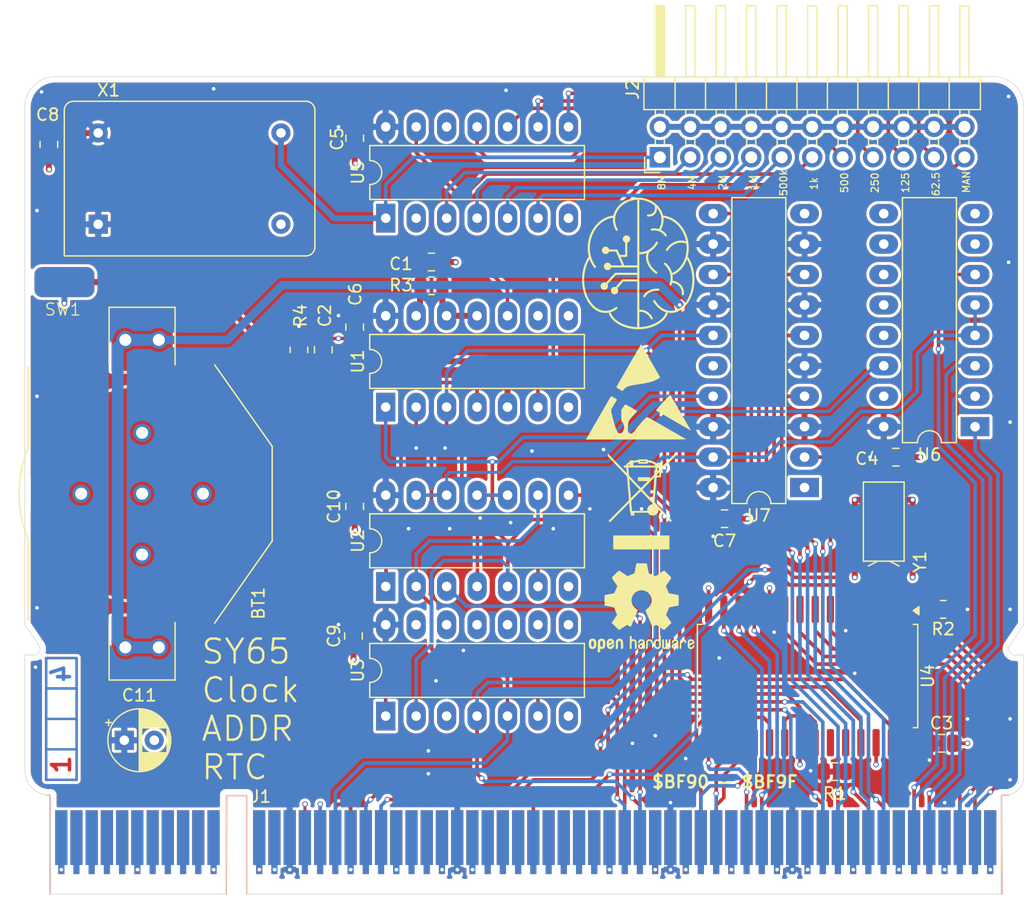
<source format=kicad_pcb>
(kicad_pcb (version 20240108) (generator "pcbnew") (generator_version "8.0")
  (layers (0 "F.Cu" signal) (1 "In1.Cu" power) (2 "In2.Cu" power) (31 "B.Cu" signal) (34 "B.Paste" user) (35 "F.Paste" user) (36 "B.SilkS" user "B.Silkscreen") (37 "F.SilkS" user "F.Silkscreen") (38 "B.Mask" user) (39 "F.Mask" user) (44 "Edge.Cuts" user))
  (net 0 "")
  (net 1 "Net-(BT1-+)")
  (net 2 "GND")
  (net 3 "Net-(C1-Pad1)")
  (net 4 "Net-(SW1-A)")
  (net 5 "+5V")
  (net 6 "/D0")
  (net 10 "/~{H_RAM}")
  (net 12 "/~{ROM}")
  (net 13 "/A7")
  (net 15 "/A14")
  (net 17 "/D3")
  (net 18 "/D6")
  (net 22 "/CLK")
  (net 25 "/~{IRQ_0.4}")
  (net 28 "/D5")
  (net 31 "/D2")
  (net 32 "+9V")
  (net 33 "/~{IO}")
  (net 34 "/A6")
  (net 35 "/A1")
  (net 36 "/A2")
  (net 39 "/A3")
  (net 43 "/A4")
  (net 44 "/D7")
  (net 46 "/A8")
  (net 47 "/D1")
  (net 55 "/R{slash}~{W}")
  (net 56 "/D4")
  (net 60 "/A10")
  (net 62 "/A9")
  (net 65 "/~{RES}")
  (net 66 "/A13")
  (net 68 "/A5")
  (net 69 "/A12")
  (net 70 "/A15")
  (net 71 "/~{L_RAM}")
  (net 74 "/A0")
  (net 76 "/A11")
  (net 78 "/0.500")
  (net 79 "/500")
  (net 80 "/1000")
  (net 81 "/4.000")
  (net 82 "/2.000")
  (net 83 "/8.000")
  (net 84 "/1.000")
  (net 85 "/Manual")
  (net 86 "/125")
  (net 87 "/250")
  (net 88 "unconnected-(U6-~{Y5}-Pad10)")
  (net 89 "unconnected-(U6-~{Y0}-Pad15)")
  (net 90 "unconnected-(U6-~{Y3}-Pad12)")
  (net 91 "unconnected-(U6-~{Y6}-Pad9)")
  (net 92 "unconnected-(U6-~{Y4}-Pad11)")
  (net 93 "unconnected-(U6-~{Y2}-Pad13)")
  (net 94 "/PORT_144")
  (net 96 "Net-(U4-~{KS})")
  (net 97 "Net-(U4-~{PWR})")
  (net 98 "Net-(R3-Pad2)")
  (net 99 "/~{A15}")
  (net 101 "/~{A14}")
  (net 102 "Net-(U2-Pad10)")
  (net 103 "Net-(U4-~{CE})")
  (net 106 "Net-(U4-X2)")
  (net 107 "Net-(U4-X1)")
  (net 108 "/62.5")
  (footprint "Connector_PinHeader_2.54mm:PinHeader_2x11_P2.54mm_Horizontal" (layer "F.Cu") (at 182.88 40.132 90)
    (property "Reference" "J2")
    (property "Value" "Clock_Sel")
  )
  (footprint "Crystal:Crystal_SMD_FrontierElectronics_FM206" (layer "F.Cu") (at 201.549 71.7295 180)
    (property "Reference" "Y1")
    (property "Value" "G33270007")
  )
  (footprint "Package_SO:SOP-28_8.4x18.16mm_P1.27mm" (layer "F.Cu") (at 195.199 83.4135 -90)
    (property "Reference" "U4")
    (property "Value" "DS1501YZ")
  )
  (footprint "Symbol:WEEE-Logo_5.6x8mm_SilkScreen" (layer "F.Cu") (at 181.356 68.834)
    (property "Reference" "REF**" (hide yes))
    (property "Value" "WEEE-Logo_5.6x8mm_SilkScreen" (hide yes))
  )
  (footprint "Symbol:ESD-Logo_8.9x8mm_SilkScreen" (layer "F.Cu") (at 181.102 59.69)
    (property "Reference" "REF**" (hide yes))
    (property "Value" "ESD-Logo_8.9x8mm_SilkScreen" (hide yes))
  )
  (footprint "Package_DIP:DIP-14_W7.62mm_LongPads" (layer "F.Cu") (at 160.015 60.975 90)
    (property "Reference" "U1")
    (property "Value" "74HC14")
  )
  (footprint "Package_DIP:DIP-20_W7.62mm_LongPads" (layer "F.Cu") (at 194.945 67.691 180)
    (property "Reference" "U7")
    (property "Value" "74HC688")
  )
  (footprint "Eigene:SPST_Edge" (layer "F.Cu") (at 133.223 50.546 90)
    (property "Reference" "SW1")
    (property "Value" "Manual_Clock")
  )
  (footprint "Capacitor_SMD:C_0805_2012Metric" (layer "F.Cu") (at 157.4342 38.5422 -90)
    (property "Reference" "C5")
    (property "Value" "100n")
  )
  (footprint "Capacitor_SMD:C_0805_2012Metric" (layer "F.Cu") (at 188.2752 70.2868)
    (property "Reference" "C7")
    (property "Value" "100n")
  )
  (footprint "Resistor_SMD:R_0805_2012Metric" (layer "F.Cu") (at 206.502 77.851 180)
    (property "Reference" "R2")
    (property "Value" "1k")
  )
  (footprint "Package_DIP:DIP-14_W7.62mm_LongPads" (layer "F.Cu") (at 160.02 75.9423 90)
    (property "Reference" "U2")
    (property "Value" "74HC00")
  )
  (footprint "Oscillator:Oscillator_DIP-14" (layer "F.Cu") (at 136.0424 45.72)
    (property "Reference" "X1")
    (property "Value" "8MHz")
  )
  (footprint "Package_DIP:DIP-14_W7.62mm_LongPads" (layer "F.Cu") (at 160.015 86.756 90)
    (property "Reference" "U3")
    (property "Value" "74LS20")
  )
  (footprint "Package_DIP:DIP-16_W7.62mm_LongPads" (layer "F.Cu") (at 209.169 62.611 180)
    (property "Reference" "U6")
    (property "Value" "74HC138")
  )
  (footprint "Eigene:ladder_4" (layer "F.Cu") (at 132.969 86.995 90)
    (property "Reference" "Ref**" (hide yes))
    (property "Value" "Val**" (hide yes))
  )
  (footprint "Resistor_SMD:R_0805_2012Metric" (layer "F.Cu") (at 197.4596 91.3892)
    (property "Reference" "R1")
    (property "Value" "1k")
  )
  (footprint "Symbol:OSHW-Logo2_9.8x8mm_SilkScreen" (layer "F.Cu") (at 181.356 77.724)
    (property "Reference" "REF**" (hide yes))
    (property "Value" "OSHW-Logo2_9.8x8mm_SilkScreen" (hide yes))
  )
  (footprint "Capacitor_SMD:C_0805_2012Metric" (layer "F.Cu") (at 206.375 89.027)
    (property "Reference" "C3")
    (property "Value" "100n")
  )
  (footprint "Capacitor_SMD:C_0805_2012Metric" (layer "F.Cu") (at 131.9276 39.0652 -90)
    (property "Reference" "C8")
    (property "Value" "100n")
  )
  (footprint "Capacitor_SMD:C_0805_2012Metric" (layer "F.Cu") (at 163.83 48.8696)
    (property "Reference" "C1")
    (property "Value" "100n")
  )
  (footprint "Eigene:logo" (layer "F.Cu") (at 181.102 49.022)
    (property "Reference" "G***" (hide yes))
    (property "Value" "LOGO" (hide yes))
  )
  (footprint "Capacitor_THT:CP_Radial_D5.0mm_P2.50mm" (layer "F.Cu") (at 138.216 88.773)
    (property "Reference" "C11")
    (property "Value" "10µ")
  )
  (footprint "Capacitor_SMD:C_0805_2012Metric" (layer "F.Cu") (at 202.565 65.151)
    (property "Reference" "C4")
    (property "Value" "100n")
  )
  (footprint "Package_DIP:DIP-14_W7.62mm_LongPads" (layer "F.Cu") (at 160.02 45.212 90)
    (property "Reference" "U5")
    (property "Value" "74LS393")
  )
  (footprint "Capacitor_SMD:C_0805_2012Metric" (layer "F.Cu") (at 154.813 56.2 90)
    (property "Reference" "C2")
    (property "Value" "100n")
  )
  (footprint "Capacitor_SMD:C_0805_2012Metric" (layer "F.Cu") (at 157.3276 80.0862 -90)
    (property "Reference" "C9")
    (property "Value" "100n")
  )
  (footprint "Resistor_SMD:R_0805_2012Metric" (layer "F.Cu") (at 163.83 50.8508)
    (property "Reference" "R3")
    (property "Value" "10k")
  )
  (footprint "Capacitor_SMD:C_0805_2012Metric" (layer "F.Cu") (at 157.4292 54.3052 -90)
    (property "Reference" "C6")
    (property "Value" "100n")
  )
  (footprint "Battery:BatteryHolder_Keystone_3002_1x2032" (layer "F.Cu") (at 139.7 68.199 90)
    (property "Reference" "BT1")
    (property "Value" "CR2032")
  )
  (footprint "Resistor_SMD:R_0805_2012Metric" (layer "F.Cu") (at 152.781 56.2 -90)
    (property "Reference" "R4")
    (property "Value" "10k")
  )
  (footprint "Capacitor_SMD:C_0805_2012Metric" (layer "F.Cu") (at 157.4292 69.2658 -90)
    (property "Reference" "C10")
    (property "Value" "100n")
  )
  (footprint "Connector_PCBEdge:BUS_PCI" (layer "B.Cu") (at 171.699 98.231 180)
    (property "Reference" "J1")
    (property "Value" "Bus_PCI_6502")
  )
  (gr_arc (start 131.953 93.345) (mid 130.516158 92.749841) (end 129.921 91.313) (stroke (width 0.05)) (layer "Edge.Cuts"))
  (gr_line (start 129.921 91.313) (end 129.921 81.661) (stroke (width 0.05)) (layer "Edge.Cuts"))
  (gr_arc (start 129.921 35.941) (mid 130.664949 34.144949) (end 132.461 33.401) (stroke (width 0.05)) (layer "Edge.Cuts"))
  (gr_line (start 132.08 93.345) (end 132.08 101.6) (stroke (width 0.05)) (layer "Edge.Cuts"))
  (gr_arc (start 131.137369 80.925815) (mid 131.115131 81.420071) (end 130.683 81.661) (stroke (width 0.05)) (layer "Edge.Cuts"))
  (gr_line (start 211.328 93.345) (end 211.709 93.345) (stroke (width 0.05)) (layer "Edge.Cuts"))
  (gr_line (start 148.463 101.6) (end 211.328 101.6) (stroke (width 0.05)) (layer "Edge.Cuts"))
  (gr_line (start 213.233 79.121) (end 213.233 35.941) (stroke (width 0.05)) (layer "Edge.Cuts"))
  (gr_line (start 132.461 33.401) (end 210.693 33.401) (stroke (width 0.05)) (layer "Edge.Cuts"))
  (gr_line (start 129.921 79.121) (end 131.137369 80.925815) (stroke (width 0.05)) (layer "Edge.Cuts"))
  (gr_line (start 213.233 81.661) (end 213.233 91.821) (stroke (width 0.05)) (layer "Edge.Cuts"))
  (gr_line (start 211.328 101.6) (end 211.328 93.345) (stroke (width 0.05)) (layer "Edge.Cuts"))
  (gr_arc (start 210.693 33.401) (mid 212.4891 34.144928) (end 213.233 35.941) (stroke (width 0.05)) (layer "Edge.Cuts"))
  (gr_line (start 132.08 101.6) (end 146.685 101.6) (stroke (width 0.05)) (layer "Edge.Cuts"))
  (gr_arc (start 212.471 81.661) (mid 212.038941 81.420064) (end 212.016631 80.925815) (stroke (width 0.05)) (layer "Edge.Cuts"))
  (gr_line (start 129.921 79.121) (end 129.921 35.941) (stroke (width 0.05)) (layer "Edge.Cuts"))
  (gr_line (start 148.463 93.345) (end 148.463 101.6) (stroke (width 0.05)) (layer "Edge.Cuts"))
  (gr_line (start 213.233 81.661) (end 212.471 81.661) (stroke (width 0.05)) (layer "Edge.Cuts"))
  (gr_line (start 130.683 81.661) (end 129.921 81.661) (stroke (width 0.05)) (layer "Edge.Cuts"))
  (gr_line (start 212.016631 80.925815) (end 213.233 79.121) (stroke (width 0.05)) (layer "Edge.Cuts"))
  (gr_line (start 131.953 93.345) (end 132.08 93.345) (stroke (width 0.05)) (layer "Edge.Cuts"))
  (gr_line (start 146.685 101.6) (end 146.685 93.345) (stroke (width 0.05)) (layer "Edge.Cuts"))
  (gr_arc (start 213.233 91.821) (mid 212.786645 92.898645) (end 211.709 93.345) (stroke (width 0.05)) (layer "Edge.Cuts"))
  (gr_line (start 146.685 93.345) (end 148.463 93.345) (stroke (width 0.05)) (layer "Edge.Cuts"))
  (gr_text "125" (at 203.708 43.18 90) (layer "F.SilkS") (effects (font (size 0.6 0.6) (thickness 0.1) (bold yes)) (justify left bottom)))
  (gr_text "SY65\nClock \nADDR\nRTC" (at 144.526 92.202 0) (layer "F.SilkS") (effects (font (size 2 2) (thickness 0.2)) (justify left bottom)))
  (gr_text "62.5" (at 206.248 43.434 90) (layer "F.SilkS") (effects (font (size 0.6 0.6) (thickness 0.1) (bold yes)) (justify left bottom)))
  (gr_text "500" (at 198.628 43.18 90) (layer "F.SilkS") (effects (font (size 0.6 0.6) (thickness 0.1) (bold yes)) (justify left bottom)))
  (gr_text "MAN" (at 208.788 43.18 90) (layer "F.SilkS") (effects (font (size 0.6 0.6) (thickness 0.1) (bold yes)) (justify left bottom)))
  (gr_text "500k" (at 193.548 43.434 90) (layer "F.SilkS") (effects (font (size 0.6 0.6) (thickness 0.1) (bold yes)) (justify left bottom)))
  (gr_text "$BF90 - $BF9F" (at 182.118 92.837 0) (layer "F.SilkS") (effects (font (size 1 1) (thickness 0.2) (bold yes)) (justify left bottom)))
  (gr_text "1M" (at 191.008 42.926 90) (layer "F.SilkS") (effects (font (size 0.6 0.6) (thickness 0.1) (bold yes)) (justify left bottom)))
  (gr_text "1k" (at 196.088 42.926 90) (layer "F.SilkS") (effects (font (size 0.6 0.6) (thickness 0.1) (bold yes)) (justify left bottom)))
  (gr_text "2M" (at 188.468 42.926 90) (layer "F.SilkS") (effects (font (size 0.6 0.6) (thickness 0.1) (bold yes)) (justify left bottom)))
  (gr_text "250" (at 201.168 43.18 90) (layer "F.SilkS") (effects (font (size 0.6 0.6) (thickness 0.1) (bold yes)) (justify left bottom)))
  (gr_text "8M" (at 183.388 42.926 90) (layer "F.SilkS") (effects (font (size 0.6 0.6) (thickness 0.1) (bold yes)) (justify left bottom)))
  (gr_text "4M" (at 185.928 42.926 90) (layer "F.SilkS") (effects (font (size 0.6 0.6) (thickness 0.1) (bold yes)) (justify left bottom)))
  (segment (start 199.644 87.122) (end 199.644 88.976) (width 0.3) (layer "F.Cu") (net 1))
  (segment (start 196.85 84.328) (end 199.644 87.122) (width 0.3) (layer "F.Cu") (net 1))
  (segment (start 185.293 84.328) (end 196.85 84.328) (width 0.3) (layer "F.Cu") (net 1))
  (segment (start 184.531 83.566) (end 185.293 84.328) (width 0.3) (layer "F.Cu") (net 1))
  (segment (start 184.531 52.451) (end 184.531 83.566) (width 0.3) (layer "F.Cu") (net 1))
  (via (at 141.097 55.372) (size 1.5) (drill 1) (layers "F.Cu" "B.Cu") (net 1))
  (via (at 184.531 52.451) (size 0.46) (drill 0.3) (layers "F.Cu" "B.Cu") (net 1))
  (via (at 141.097 81.026) (size 1.5) (drill 1) (layers "F.Cu" "B.Cu") (net 1))
  (via (at 138.303 55.372) (size 1.5) (drill 1) (layers "F.Cu" "B.Cu") (net 1))
  (via (at 138.303 81.026) (size 1.5) (drill 1) (layers "F.Cu" "B.Cu") (net 1))
  (segment (start 141.097 55.372) (end 146.812 55.372) (width 0.7) (layer "B.Cu") (net 1))
  (segment (start 182.88 50.8) (end 184.531 52.451) (width 0.7) (layer "B.Cu") (net 1))
  (segment (start 137.668 80.391) (end 138.303 81.026) (width 1) (layer "B.Cu") (net 1))
  (segment (start 137.668 56.007) (end 137.668 80.391) (width 1) (layer "B.Cu") (net 1))
  (segment (start 141.097 55.372) (end 138.303 55.372) (width 1) (layer "B.Cu") (net 1))
  (segment (start 138.303 55.372) (end 137.668 56.007) (width 1) (layer "B.Cu") (net 1))
  (segment (start 141.097 81.026) (end 138.303 81.026) (width 1) (layer "B.Cu") (net 1))
  (segment (start 146.812 55.372) (end 151.384 50.8) (width 0.7) (layer "B.Cu") (net 1))
  (segment (start 151.384 50.8) (end 182.88 50.8) (width 0.7) (layer "B.Cu") (net 1))
  (segment (start 165.8366 48.8696) (end 165.862 48.895) (width 0.5) (layer "F.Cu") (net 2))
  (segment (start 156.083 94.107) (end 156.845 94.107) (width 0.3) (layer "F.Cu") (net 2))
  (segment (start 157.424 55.25) (end 157.4292 55.2552) (width 0.3) (layer "F.Cu") (net 2))
  (segment (start 156.083 55.245) (end 156.088 55.25) (width 0.3) (layer "F.Cu") (net 2))
  (segment (start 157.4342 39.4922) (end 157.4342 40.5942) (width 0.5) (layer "F.Cu") (net 2))
  (segment (start 156.078 55.25) (end 156.083 55.245) (width 0.3) (layer "F.Cu") (net 2))
  (segment (start 154.813 55.25) (end 156.078 55.25) (width 0.3) (layer "F.Cu") (net 2))
  (segment (start 203.962 68.707) (end 199.136 68.707) (width 0.5) (layer "F.Cu") (net 2))
  (segment (start 156.088 55.25) (end 157.424 55.25) (width 0.3) (layer "F.Cu") (net 2))
  (segment (start 203.515 65.151) (end 204.597 65.151) (width 0.5) (layer "F.Cu") (net 2))
  (segment (start 157.3276 81.0362) (end 157.3276 82.0166) (width 0.5) (layer "F.Cu") (net 2))
  (segment (start 199.136 68.707) (end 199.136 75.184) (width 0.5) (layer "F.Cu") (net 2))
  (segment (start 155.819 94.371) (end 156.083 94.107) (width 0.3) (layer "F.Cu") (net 2))
  (segment (start 157.4292 71.1962) (end 157.48 71.247) (width 0.5) (layer "F.Cu") (net 2))
  (segment (start 164.78 48.8696) (end 165.8366 48.8696) (width 0.5) (layer "F.Cu") (net 2))
  (segment (start 157.4292 70.2158) (end 157.4292 71.1962) (width 0.5) (layer "F.Cu") (net 2))
  (segment (start 155.819 96.901) (end 155.819 94.371) (width 0.3) (layer "F.Cu") (net 2))
  (segment (start 203.962 75.184) (end 203.962 68.707) (width 0.5) (layer "F.Cu") (net 2))
  (segment (start 157.3276 82.0166) (end 157.353 82.042) (width 0.5) (layer "F.Cu") (net 2))
  (segment (start 186.944 77.851) (end 186.944 76.073) (width 0.3) (layer "F.Cu") (net 2))
  (segment (start 131.9276 40.0152) (end 131.9276 41.1226) (width 0.5) (layer "F.Cu") (net 2))
  (segment (start 157.4342 40.5942) (end 157.48 40.64) (width 0.5) (layer "F.Cu") (net 2))
  (segment (start 192.024 77.851) (end 192.024 76.073) (width 0.3) (layer "F.Cu") (net 2))
  (segment (start 156.845 94.107) (end 157.089 94.351) (width 0.3) (layer "F.Cu") (net 2))
  (segment (start 157.089 94.351) (end 157.089 96.901) (width 0.3) (layer "F.Cu") (net 2))
  (segment (start 190.1902 70.2868) (end 189.2252 70.2868) (width 0.5) (layer "F.Cu") (net 2))
  (segment (start 194.564 88.976) (end 194.564 90.805) (width 0.3) (layer "F.Cu") (net 2))
  (segment (start 153.279 94.117) (end 153.289 94.107) (width 0.25) (layer "F.Cu") (net 2))
  (segment (start 207.325 89.027) (end 208.534 89.027) (width 0.3) (layer "F.Cu") (net 2))
  (segment (start 131.9276 41.1226) (end 131.953 41.148) (width 0.5) (layer "F.Cu") (net 2))
  (segment (start 200.914 88.976) (end 200.914 90.805) (width 0.3) (layer "F.Cu") (net 2))
  (segment (start 153.279 96.901) (end 153.279 94.117) (width 0.25) (layer "F.Cu") (net 2))
  (via (at 195.199 99.568) (size 0.46) (drill 0.3) (layers "F.Cu" "B.Cu") (net 2))
  (via (at 190.1902 70.2868) (size 0.46) (drill 0.3) (layers "F.Cu" "B.Cu") (net 2))
  (via (at 200.914 90.805) (size 0.46) (drill 0.3) (layers "F.Cu" "B.Cu") (net 2))
  (via (at 203.962 75.184) (size 0.46) (drill 0.3) (layers "F.Cu" "B.Cu") (net 2))
  (via (at 202.819 99.568) (size 0.46) (drill 0.3) (layers "F.Cu" "B.Cu") (net 2))
  (via (at 199.136 68.707) (size 0.46) (drill 0.3) (layers "F.Cu" "B.Cu") (net 2))
  (via (at 194.564 90.805) (size 0.46) (drill 0.3) (layers "F.Cu" "B.Cu") (net 2))
  (via (at 199.136 75.184) (size 0.46) (drill 0.3) (layers "F.Cu" "B.Cu") (net 2))
  (via (at 192.024 76.073) (size 0.46) (drill 0.3) (layers "F.Cu" "B.Cu") (net 2))
  (via (at 157.48 40.64) (size 0.46) (drill 0.3) (layers "F.Cu" "B.Cu") (net 2))
  (via (at 206.629 99.568) (size 0.46) (drill 0.3) (layers "F.Cu" "B.Cu") (net 2))
  (via (at 208.534 89.027) (size 0.46) (drill 0.3) (layers "F.Cu" "B.Cu") (net 2))
  (via (at 186.944 76.073) (size 0.46) (drill 0.3) (layers "F.Cu" "B.Cu") (net 2))
  (via (at 131.953 41.148) (size 0.46) (drill 0.3) (layers "F.Cu" "B.Cu") (net 2))
  (via (at 199.009 99.568) (size 0.46) (drill 0.3) (layers "F.Cu" "B.Cu") (net 2))
  (via (at 185.039 99.568) (size 0.46) (drill 0.3) (layers "F.Cu" "B.Cu") (net 2))
  (via (at 182.499 99.568) (size 0.46) (drill 0.3) (layers "F.Cu" "B.Cu") (net 2))
  (via (at 134.62 68.199) (size 1.5) (drill 1) (layers "F.Cu" "B.Cu") (net 2))
  (via (at 139.7 73.279) (size 1.5) (drill 1) (layers "F.Cu" "B.Cu") (net 2))
  (via (at 167.259 99.568) (size 0.46) (drill 0.3) (layers "F.Cu" "B.Cu") (net 2))
  (via (at 156.083 55.245) (size 0.46) (drill 0.3) (layers "F.Cu" "B.Cu") (net 2))
  (via (at 139.319 99.568) (size 0.46) (drill 0.3) (layers "F.Cu" "B.Cu") (net 2))
  (via (at 210.439 99.568) (size 0.46) (drill 0.3) (layers "F.Cu" "B.Cu") (net 2))
  (via (at 133.223 52.324) (size 0.46) (drill 0.3) (layers "F.Cu" "B.Cu") (net 2))
  (via (at 145.669 99.568) (size 0.46) (drill 0.3) (layers "F.Cu" "B.Cu") (net 2))
  (via (at 153.289 94.107) (size 0.46) (drill 0.3) (layers "F.Cu" "B.Cu") (net 2))
  (via (at 157.353 82.042) (size 0.46) (drill 0.3) (layers "F.Cu" "B.Cu") (net 2))
  (via (at 132.969 99.568) (size 0.46) (drill 0.3) (layers "F.Cu" "B.Cu") (net 2))
  (via (at 164.719 99.568) (size 0.46) (drill 0.3) (layers "F.Cu" "B.Cu") (net 2))
  (via (at 203.962 68.707) (size 0.46) (drill 0.3) (layers "F.Cu" "B.Cu") (net 2))
  (via (at 160.909 99.568) (size 0.46) (drill 0.3) (layers "F.Cu" "B.Cu") (net 2))
  (via (at 165.862 48.895) (size 0.46) (drill 0.3) (layers "F.Cu" "B.Cu") (net 2))
  (via (at 157.099 99.568) (size 0.46) (drill 0.3) (layers "F.Cu" "B.Cu") (net 2))
  (via (at 139.7 68.199) (size 1.5) (drill 1) (layers "F.Cu" "B.Cu") (net 2))
  (via (at 139.7 63.119) (size 1.5) (drill 1) (layers "F.Cu" "B.Cu") (net 2))
  (via (at 157.48 71.247) (size 0.46) (drill 0.3) (layers "F.Cu" "B.Cu") (net 2))
  (via (at 192.659 99.568) (size 0.46) (drill 0.3) (layers "F.Cu" "B.Cu") (net 2))
  (via (at 178.689 99.568) (size 0.46) (drill 0.3) (layers "F.Cu" "B.Cu") (net 2))
  (via (at 204.597 65.151) (size 0.46) (drill 0.3) (layers "F.Cu" "B.Cu") (net 2))
  (via (at 154.559 94.107) (size 0.46) (drill 0.3) (layers "F.Cu" "B.Cu") (net 2))
  (via (at 150.749 99.568) (size 0.46) (drill 0.3) (layers "F.Cu" "B.Cu") (net 2))
  (via (at 188.849 99.568) (size 0.46) (drill 0.3) (layers "F.Cu" "B.Cu") (net 2))
  (via (at 144.78 68.199) (size 1.5) (drill 1) (layers "F.Cu" "B.Cu") (net 2))
  (segment (start 133.223 50.546) (end 133.223 52.324) (width 0.5) (layer "B.Cu") (net 2))
  (segment (start 154.549 96.901) (end 154.549 94.117) (width 0.3) (layer "B.Cu") (net 2))
  (segment (start 154.549 94.117) (end 154.559 94.107) (width 0.3) (layer "B.Cu") (net 2))
  (segment (start 162.88 53.03) (end 162.555 53.355) (width 0.5) (layer "F.Cu") (net 3))
  (segment (start 162.88 48.8696) (end 162.88 53.03) (width 0.5) (layer "F.Cu") (net 3))
  (segment (start 144.78 50.546) (end 151.384 57.15) (width 0.5) (layer "F.Cu") (net 4))
  (segment (start 170.175 59.05) (end 170.175 60.975) (width 0.5) (layer "F.Cu") (net 4))
  (segment (start 168.275 57.15) (end 170.175 59.05) (width 0.5) (layer "F.Cu") (net 4))
  (segment (start 151.384 57.15) (end 168.275 57.15) (width 0.5) (layer "F.Cu") (net 4))
  (segment (start 133.223 50.546) (end 144.78 50.546) (width 0.5) (layer "F.Cu") (net 4))
  (segment (start 160.0148 79.1362) (end 160.015 79.136) (width 0.5) (layer "F.Cu") (net 5))
  (segment (start 160.0148 53.3552) (end 160.015 53.355) (width 0.5) (layer "F.Cu") (net 5))
  (segment (start 196.5471 91.3892) (end 195.5292 91.3892) (width 0.3) (layer "F.Cu") (net 5))
  (segment (start 131.9276 38.1152) (end 136.0272 38.1152) (width 0.5) (layer "F.Cu") (net 5))
  (segment (start 160.0198 37.5922) (end 160.02 37.592) (width 0.5) (layer "F.Cu") (net 5))
  (segment (start 152.781 54.229) (end 152.781 55.2875) (width 0.3) (layer "F.Cu") (net 5))
  (segment (start 157.4292 53.3552) (end 160.0148 53.3552) (width 0.5) (layer "F.Cu") (net 5))
  (segment (start 205.425 89.027) (end 203.505 89.027) (width 0.3) (layer "F.Cu") (net 5))
  (segment (start 201.549 62.611) (end 201.549 65.085) (width 0.5) (layer "F.Cu") (net 5))
  (segment (start 207.4145 77.851) (end 208.534 77.851) (width 0.3) (layer "F.Cu") (net 5))
  (segment (start 205.359 89.093) (end 205.359 90.424) (width 0.3) (layer "F.Cu") (net 5))
  (segment (start 201.549 65.085) (end 201.615 65.151) (width 0.5) (layer "F.Cu") (net 5))
  (segment (start 136.0272 38.1152) (end 136.0424 38.1) (width 0.5) (layer "F.Cu") (net 5))
  (segment (start 205.425 89.027) (end 205.359 89.093) (width 0.3) (layer "F.Cu") (net 5))
  (segment (start 157.4292 68.3158) (end 160.0135 68.3158) (width 0.5) (layer "F.Cu") (net 5))
  (segment (start 157.3276 79.1362) (end 160.0148 79.1362) (width 0.5) (layer "F.Cu") (net 5))
  (segment (start 157.4342 37.5922) (end 160.0198 37.5922) (width 0.5) (layer "F.Cu") (net 5))
  (segment (start 187.3252 67.6912) (end 187.325 67.691) (width 0.5) (layer "F.Cu") (net 5))
  (segment (start 160.0135 68.3158) (end 160.02 68.3223) (width 0.5) (layer "F.Cu") (net 5))
  (segment (start 203.505 89.027) (end 203.454 88.976) (width 0.3) (layer "F.Cu") (net 5))
  (segment (start 195.5292 91.3892) (end 195.453 91.313) (width 0.3) (layer "F.Cu") (net 5))
  (segment (start 187.3252 70.2868) (end 187.3252 67.6912) (width 0.5) (layer "F.Cu") (net 5))
  (via (at 200.406 65.151) (size 0.46) (drill 0.3) (layers "F.Cu" "B.Cu") (net 5))
  (via (at 177.038 69.469) (size 0.46) (drill 0.3) (layers "F.Cu" "B.Cu") (net 5))
  (via (at 130.937 44.577) (size 0.46) (drill 0.3) (layers "F.Cu" "B.Cu") (net 5))
  (via (at 208.534 86.995) (size 0.46) (drill 0.3) (layers "F.Cu" "B.Cu") (net 5))
  (via (at 152.019 99.568) (size 0.46) (drill 0.3) (layers "F.Cu" "B.Cu") (net 5))
  (via (at 156.083 79.121) (size 0.46) (drill 0.3) (layers "F.Cu" "B.Cu") (net 5))
  (via (at 163.576 91.567) (size 0.46) (drill 0.3) (layers "F.Cu" "B.Cu") (net 5))
  (via (at 131.318 34.671) (size 0.46) (drill 0.3) (layers "F.Cu" "B.Cu") (net 5))
  (via (at 178.181 64.516) (size 0.46) (drill 0.3) (layers "F.Cu" "B.Cu") (net 5))
  (via (at 130.937 77.724) (size 0.46) (drill 0.3) (layers "F.Cu" "B.Cu") (net 5))
  (via (at 164.973 64.389) (size 0.46) (drill 0.3) (layers "F.Cu" "B.Cu") (net 5))
  (via (at 164.211 83.82) (size 0.46) (drill 0.3) (layers "F.Cu" "B.Cu") (net 5))
  (via (at 166.497 81.28) (size 0.46) (drill 0.3) (layers "F.Cu" "B.Cu") (net 5))
  (via (at 156.083 53.34) (size 0.46) (drill 0.3) (layers "F.Cu" "B.Cu") (net 5))
  (via (at 156.083 68.326) (size 0.46) (drill 0.3) (layers "F.Cu" "B.Cu") (net 5))
  (via (at 212.09 62.23) (size 0.46) (drill 0.3) (layers "F.Cu" "B.Cu") (net 5))
  (via (at 211.963 48.895) (size 0.46) (drill 0.3) (layers "F.Cu" "B.Cu") (net 5))
  (via (at 162.56 64.389) (size 0.46) (drill 0.3) (layers "F.Cu" "B.Cu") (net 5))
  (via (at 183.769 99.568) (size 0.46) (drill 0.3) (layers "F.Cu" "B.Cu") (net 5))
  (via (at 172.212 64.643) (size 0.46) (drill 0.3) (layers "F.Cu" "B.Cu") (net 5))
  (via (at 130.937 60.071) (size 0.46) (drill 0.3) (layers "F.Cu" "B.Cu") (net 5))
  (via (at 145.669 34.417) (size 0.46) (drill 0.3) (layers "F.Cu" "B.Cu") (net 5))
  (via (at 170.434 70.612) (size 0.46) (drill 0.3) (layers "F.Cu" "B.Cu") (net 5))
  (via (at 167.894 70.231) (size 0.46) (drill 0.3) (layers "F.Cu" "B.Cu") (net 5))
  (via (at 163.576 89.662) (size 0.46) (drill 0.3) (layers "F.Cu" "B.Cu") (net 5))
  (via (at 192.405 79.756) (size 0.46) (drill 0.3) (layers "F.Cu" "B.Cu") (net 5))
  (via (at 156.083 37.592) (size 0.46) (drill 0.3) (layers "F.Cu" "B.Cu") (net 5))
  (via (at 195.453 91.313) (size 0.46) (drill 0.3) (layers "F.Cu" "B.Cu") (net 5))
  (via (at 165.989 99.568) (size 0.46) (drill 0.3) (layers "F.Cu" "B.Cu") (net 5))
  (via (at 193.929 99.568) (size 0.46) (drill 0.3) (layers "F.Cu" "B.Cu") (net 5))
  (via (at 173.99 71.12) (size 0.46) (drill 0.3) (layers "F.Cu" "B.Cu") (net 5))
  (via (at 180.594 89.027) (size 0.46) (drill 0.3) (layers "F.Cu" "B.Cu") (net 5))
  (via (at 208.534 77.851) (size 0.46) (drill 0.3) (layers "F.Cu" "B.Cu") (net 5))
  (via (at 198.374 79.629) (size 0.46) (drill 0.3) (layers "F.Cu" "B.Cu") (net 5))
  (via (at 205.359 90.424) (size 0.46) (drill 0.3) (layers "F.Cu" "B.Cu") (net 5))
  (via (at 165.354 71.12) (size 0.46) (drill 0.3) (layers "F.Cu" "B.Cu") (net 5))
  (via (at 212.09 86.995) (size 0.46) (drill 0.3) (layers "F.Cu" "B.Cu") (net 5))
  (via (at 182.499 88.392) (size 0.46) (drill 0.3) (layers "F.Cu" "B.Cu") (net 5))
  (via (at 183.769 93.98) (size 0.46) (drill 0.3) (layers "F.Cu" "B.Cu") (net 5))
  (via (at 161.925 71.12) (size 0.46) (drill 0.3) (layers "F.Cu" "B.Cu") (net 5))
  (via (at 170.053 34.544) (size 0.46) (drill 0.3) (layers "F.Cu" "B.Cu") (net 5))
  (via (at 181.356 69.469) (size 0.46) (drill 0.3) (layers "F.Cu" "B.Cu") (net 5))
  (via (at 187.325 71.755) (size 0.46) (drill 0.3) (layers "F.Cu" "B.Cu") (net 5))
  (via (at 187.833 81.915) (size 0.46) (drill 0.3) (layers "F.Cu" "B.Cu") (net 5))
  (via (at 212.09 77.851) (size 0.46) (drill 0.3) (layers "F.Cu" "B.Cu") (net 5))
  (via (at 152.781 54.229) (size 0.46) (drill 0.3) (layers "F.Cu" "B.Cu") (net 5))
  (via (at 206.629 93.98) (size 0.46) (drill 0.3) (layers "F.Cu" "B.Cu") (net 5))
  (via (at 199.136 83.185) (size 0.46) (drill 0.3) (layers "F.Cu" "B.Cu") (net 5))
  (via (at 185.039 90.297) (size 0.46) (drill 0.3) (layers "F.Cu" "B.Cu") (net 5))
  (via (at 211.963 35.052) (size 0.46) (drill 0.3) (layers "F.Cu" "B.Cu") (net 5))
  (via (at 130.81 82.677) (size 0.46) (drill 0.3) (layers "F.Cu" "B.Cu") (net 5))
  (via (at 212.09 92.075) (size 0.46) (drill 0.3) (layers "F.Cu" "B.Cu") (net 5))
  (segment (start 190.754 79.629) (end 190.754 77.851) (width 0.3) (layer "F.Cu") (net 6))
  (via (at 190.754 79.629) (size 0.46) (drill 0.3) (layers "F.Cu" "B.Cu") (net 6))
  (segment (start 192.659 92.964) (end 192.659 92.202) (width 0.3) (layer "B.Cu") (net 6))
  (segment (start 192.659 81.534) (end 190.754 79.629) (width 0.3) (layer "B.Cu") (net 6))
  (segment (start 192.024 93.599) (end 192.659 92.964) (width 0.3) (layer "B.Cu") (net 6))
  (segment (start 191.379 96.901) (end 191.379 94.244) (width 0.3) (layer "B.Cu") (net 6))
  (segment (start 191.379 94.244) (end 192.024 93.599) (width 0.3) (layer "B.Cu") (net 6))
  (segment (start 192.659 92.202) (end 192.659 81.534) (width 0.3) (layer "B.Cu") (net 6))
  (segment (start 173.101 84.836) (end 172.715 85.222) (width 0.3) (layer "F.Cu") (net 10))
  (segment (start 179.324 93.599) (end 179.324 85.598) (width 0.3) (layer "F.Cu") (net 10))
  (segment (start 179.324 85.598) (end 178.562 84.836) (width 0.3) (layer "F.Cu") (net 10))
  (segment (start 178.562 84.836) (end 173.101 84.836) (width 0.3) (layer "F.Cu") (net 10))
  (segment (start 172.715 85.222) (end 172.715 86.756) (width 0.3) (layer "F.Cu") (net 10))
  (via (at 179.324 93.599) (size 0.46) (drill 0.3) (layers "F.Cu" "B.Cu") (net 10))
  (segment (start 179.949 96.901) (end 179.949 94.224) (width 0.3) (layer "B.Cu") (net 10))
  (segment (start 179.949 94.224) (end 179.324 93.599) (width 0.3) (layer "B.Cu") (net 10))
  (segment (start 178.308 73.66) (end 173.482 73.66) (width 0.3) (layer "F.Cu") (net 12))
  (segment (start 173.482 73.66) (end 172.72 74.422) (width 0.3) (layer "F.Cu") (net 12))
  (segment (start 172.72 74.422) (end 172.72 75.9423) (width 0.3) (layer "F.Cu") (net 12))
  (segment (start 179.949 96.901) (end 179.949 75.301) (width 0.3) (layer "F.Cu") (net 12))
  (segment (start 179.949 75.301) (end 178.308 73.66) (width 0.3) (layer "F.Cu") (net 12))
  (segment (start 204.079 96.901) (end 204.079 92.72) (width 0.3) (layer "F.Cu") (net 13))
  (segment (start 204.079 92.72) (end 204.089 92.71) (width 0.3) (layer "F.Cu") (net 13))
  (segment (start 206.121 56.134) (end 206.121 50.927) (width 0.3) (layer "F.Cu") (net 13))
  (segment (start 207.137 49.911) (end 209.169 49.911) (width 0.3) (layer "F.Cu") (net 13))
  (segment (start 206.121 50.927) (end 207.137 49.911) (width 0.3) (layer "F.Cu") (net 13))
  (via (at 206.121 56.134) (size 0.46) (drill 0.3) (layers "F.Cu" "B.Cu") (net 13))
  (via (at 204.089 92.71) (size 0.46) (drill 0.3) (layers "F.Cu" "B.Cu") (net 13))
  (segment (start 205.994 90.805) (end 205.994 90.17) (width 0.3) (layer "B.Cu") (net 13))
  (segment (start 206.121 61.722) (end 206.121 56.134) (width 0.3) (layer "B.Cu") (net 13))
  (segment (start 209.169 67.31) (end 207.01 65.151) (width 0.3) (layer "B.Cu") (net 13))
  (segment (start 204.089 92.71) (end 205.994 90.805) (width 0.3) (layer "B.Cu") (net 13))
  (segment (start 209.169 78.74) (end 209.169 67.31) (width 0.3) (layer "B.Cu") (net 13))
  (segment (start 207.01 65.151) (end 206.121 64.262) (width 0.3) (layer "B.Cu") (net 13))
  (segment (start 206.121 64.262) (end 206.121 61.722) (width 0.3) (layer "B.Cu") (net 13))
  (segment (start 207.772 81.407) (end 209.169 80.01) (width 0.3) (layer "B.Cu") (net 13))
  (segment (start 205.994 90.17) (end 205.994 83.185) (width 0.3) (layer "B.Cu") (net 13))
  (segment (start 209.169 80.01) (end 209.169 78.74) (width 0.3) (layer "B.Cu") (net 13))
  (segment (start 205.994 83.185) (end 207.772 81.407) (width 0.3) (layer "B.Cu") (net 13))
  (segment (start 167.6662 75.9161) (end 167.6662 71.2732) (width 0.3) (layer "F.Cu") (net 15))
  (segment (start 183.261 84.582) (end 183.261 70.104) (width 0.3) (layer "F.Cu") (net 15))
  (segment (start 183.261 57.785) (end 181.737 56.261) (width 0.3) (layer "F.Cu") (net 15))
  (segment (start 165.095 63.114) (end 165.095 60.975) (width 0.3) (layer "F.Cu") (net 15))
  (segment (start 193.294 85.572997) (end 184.251997 85.572997) (width 0.3) (layer "F.Cu") (net 15))
  (segment (start 184.251997 85.572997) (end 183.261 84.582) (width 0.3) (layer "F.Cu") (net 15))
  (segment (start 183.261 66.04) (end 183.261 57.785) (width 0.3) (layer "F.Cu") (net 15))
  (segment (start 167.64 75.9423) (end 167.6662 75.9161) (width 0.3) (layer "F.Cu") (net 15))
  (segment (start 166.37 64.389) (end 165.095 63.114) (width 0.3) (layer "F.Cu") (net 15))
  (segment (start 166.37 69.977) (end 166.37 64.389) (width 0.3) (layer "F.Cu") (net 15))
  (segment (start 167.6662 71.2732) (end 166.37 69.977) (width 0.3) (layer "F.Cu") (net 15))
  (via (at 183.261 70.104) (size 0.46) (drill 0.3) (layers "F.Cu" "B.Cu") (net 15))
  (via (at 193.294 85.572997) (size 0.46) (drill 0.3) (layers "F.Cu" "B.Cu") (net 15))
  (via (at 183.261 66.04) (size 0.46) (drill 0.3) (layers "F.Cu" "B.Cu") (net 15))
  (via (at 181.737 56.261) (size 0.46) (drill 0.3) (layers "F.Cu" "B.Cu") (net 15))
  (segment (start 181.737 56.261) (end 166.878 56.261) (width 0.3) (layer "B.Cu") (net 15))
  (segment (start 166.878 56.261) (end 165.095 58.044) (width 0.3) (layer "B.Cu") (net 15))
  (segment (start 193.294 85.572997) (end 194.792997 85.572997) (width 0.3) (layer "B.Cu") (net 15))
  (segment (start 183.261 70.104) (end 183.261 66.04) (width 0.3) (layer "B.Cu") (net 15))
  (segment (start 194.792997 85.572997) (end 196.469 87.249) (width 0.3) (layer "B.Cu") (net 15))
  (segment (start 183.007 54.991) (end 181.737 56.261) (width 0.3) (layer "B.Cu") (net 15))
  (segment (start 196.469 87.249) (end 196.469 96.901) (width 0.3) (layer "B.Cu") (net 15))
  (segment (start 165.095 58.044) (end 165.095 60.975) (width 0.3) (layer "B.Cu") (net 15))
  (segment (start 187.325 54.991) (end 183.007 54.991) (width 0.3) (layer "B.Cu") (net 15))
  (segment (start 190.109 96.901) (end 190.109 93.101) (width 0.3) (layer "F.Cu") (net 17))
  (segment (start 190.109 93.101) (end 190.119 93.091) (width 0.3) (layer "F.Cu") (net 17))
  (segment (start 186.944 90.678) (end 186.944 88.976) (width 0.3) (layer "F.Cu") (net 17))
  (via (at 190.119 93.091) (size 0.46) (drill 0.3) (layers "F.Cu" "B.Cu") (net 17))
  (via (at 186.944 90.678) (size 0.46) (drill 0.3) (layers "F.Cu" "B.Cu") (net 17))
  (segment (start 187.071 91.186) (end 186.944 91.059) (width 0.3) (layer "B.Cu") (net 17))
  (segment (start 189.484 91.186) (end 187.071 91.186) (width 0.3) (layer "B.Cu") (net 17))
  (segment (start 190.119 91.821) (end 189.484 91.186) (width 0.3) (layer "B.Cu") (net 17))
  (segment (start 190.119 93.091) (end 190.119 91.821) (width 0.3) (layer "B.Cu") (net 17))
  (segment (start 186.944 91.059) (end 186.944 90.678) (width 0.3) (layer "B.Cu") (net 17))
  (segment (start 190.754 91.186) (end 190.754 88.976) (width 0.3) (layer "F.Cu") (net 18))
  (segment (start 189.357 92.583) (end 190.754 91.186) (width 0.3) (layer "F.Cu") (net 18))
  (via (at 189.357 92.583) (size 0.46) (drill 0.3) (layers "F.Cu" "B.Cu") (net 18))
  (segment (start 186.299 96.901) (end 186.299 93.355) (width 0.3) (layer "B.Cu") (net 18))
  (segment (start 186.69 92.964) (end 187.071 92.583) (width 0.3) (layer "B.Cu") (net 18))
  (segment (start 186.299 93.355) (end 186.69 92.964) (width 0.3) (layer "B.Cu") (net 18))
  (segment (start 187.071 92.583) (end 189.357 92.583) (width 0.3) (layer "B.Cu") (net 18))
  (segment (start 163.8523 81.1753) (end 165.354 82.677) (width 0.3) (layer "F.Cu") (net 22))
  (segment (start 170.175 83.561) (end 170.175 86.756) (width 0.3) (layer "F.Cu") (net 22))
  (segment (start 165.354 82.677) (end 169.291 82.677) (width 0.3) (layer "F.Cu") (net 22))
  (segment (start 169.291 82.677) (end 170.175 83.561) (width 0.3) (layer "F.Cu") (net 22))
  (segment (start 162.56 76.2) (end 163.8523 77.4923) (width 0.3) (layer "F.Cu") (net 22))
  (segment (start 163.8523 77.4923) (end 163.8523 81.1753) (width 0.3) (layer "F.Cu") (net 22))
  (segment (start 162.56 75.9423) (end 162.56 76.2) (width 0.3) (layer "F.Cu") (net 22))
  (segment (start 158.242 90.678) (end 155.819 93.101) (width 0.3) (layer "B.Cu") (net 22))
  (segment (start 162.56 75.9423) (end 162.56 73.2528) (width 0.3) (layer "B.Cu") (net 22))
  (segment (start 208.28 37.592) (end 182.88 37.592) (width 0.5) (layer "B.Cu") (net 22))
  (segment (start 170.175 88.778) (end 168.275 90.678) (width 0.3) (layer "B.Cu") (net 22))
  (segment (start 168.275 90.678) (end 158.242 90.678) (width 0.3) (layer "B.Cu") (net 22))
  (segment (start 172.72 70.612) (end 172.72 68.3223) (width 0.3) (layer "B.Cu") (net 22))
  (segment (start 162.56 73.2528) (end 163.6768 72.136) (width 0.3) (layer "B.Cu") (net 22))
  (segment (start 163.6768 72.136) (end 171.196 72.136) (width 0.3) (layer "B.Cu") (net 22))
  (segment (start 155.819 93.101) (end 155.819 96.901) (width 0.3) (layer "B.Cu") (net 22))
  (segment (start 170.175 86.756) (end 170.175 88.778) (width 0.3) (layer "B.Cu") (net 22))
  (segment (start 171.196 72.136) (end 172.72 70.612) (width 0.3) (layer "B.Cu") (net 22))
  (segment (start 172.329 94.244) (end 173.101 93.472) (width 0.3) (layer "F.Cu") (net 25))
  (segment (start 193.675 75.819) (end 197.739 75.819) (width 0.3) (layer "F.Cu") (net 25))
  (segment (start 173.101 93.472) (end 176.839 93.472) (width 0.3) (layer "F.Cu") (net 25))
  (segment (start 193.04 75.184) (end 193.675 75.819) (width 0.3) (layer "F.Cu") (net 25))
  (segment (start 198.374 76.454) (end 198.374 77.851) (width 0.3) (layer "F.Cu") (net 25))
  (segment (start 176.839 93.472) (end 178.689 91.622) (width 0.3) (layer "F.Cu") (net 25))
  (segment (start 197.739 75.819) (end 198.374 76.454) (width 0.3) (layer "F.Cu") (net 25))
  (segment (start 172.329 96.901) (end 172.329 94.244) (width 0.3) (layer "F.Cu") (net 25))
  (segment (start 190.754 75.184) (end 193.04 75.184) (width 0.3) (layer "F.Cu") (net 25))
  (segment (start 190.373 75.565) (end 190.754 75.184) (width 0.3) (layer "F.Cu") (net 25))
  (via (at 190.373 75.565) (size 0.46) (drill 0.3) (layers "F.Cu" "B.Cu") (net 25))
  (via (at 178.689 91.622) (size 0.46) (drill 0.3) (layers "F.Cu" "B.Cu") (net 25))
  (segment (start 178.689 91.622) (end 182.317 91.622) (width 0.3) (layer "B.Cu") (net 25))
  (segment (start 185.928 80.01) (end 190.373 75.565) (width 0.3) (layer "B.Cu") (net 25))
  (segment (start 185.928 88.011) (end 185.928 80.01) (width 0.3) (layer "B.Cu") (net 25))
  (segment (start 182.317 91.622) (end 185.928 88.011) (width 0.3) (layer "B.Cu") (net 25))
  (segment (start 188.214 93.564622) (end 188.214 91.694) (width 0.3) (layer "F.Cu") (net 28))
  (segment (start 187.579 94.199622) (end 188.214 93.564622) (width 0.3) (layer "F.Cu") (net 28))
  (segment (start 188.214 91.694) (end 189.484 90.424) (width 0.3) (layer "F.Cu") (net 28))
  (segment (start 187.579 96.901) (end 187.579 94.199622) (width 0.3) (layer "F.Cu") (net 28))
  (segment (start 189.484 90.424) (end 189.484 88.976) (width 0.3) (layer "F.Cu") (net 28))
  (segment (start 188.214 79.629) (end 188.214 77.851) (width 0.3) (layer "F.Cu") (net 31))
  (via (at 188.214 79.629) (size 0.46) (drill 0.3) (layers "F.Cu" "B.Cu") (net 31))
  (segment (start 191.389 91.821) (end 191.389 82.804) (width 0.3) (layer "B.Cu") (net 31))
  (segment (start 191.389 92.456) (end 191.389 91.821) (width 0.3) (layer "B.Cu") (net 31))
  (segment (start 191.389 82.804) (end 188.214 79.629) (width 0.3) (layer "B.Cu") (net 31))
  (segment (start 190.109 94.244) (end 190.627 93.726) (width 0.3) (layer "B.Cu") (net 31))
  (segment (start 190.754 93.599) (end 190.754 93.218) (width 0.3) (layer "B.Cu") (net 31))
  (segment (start 190.754 93.091) (end 191.262 92.583) (width 0.3) (layer "B.Cu") (net 31))
  (segment (start 191.262 92.583) (end 191.389 92.456) (width 0.3) (layer "B.Cu") (net 31))
  (segment (start 190.109 96.901) (end 190.109 94.244) (width 0.3) (layer "B.Cu") (net 31))
  (segment (start 190.627 93.726) (end 190.754 93.599) (width 0.3) (layer "B.Cu") (net 31))
  (segment (start 190.754 93.218) (end 190.754 93.091) (width 0.3) (layer "B.Cu") (net 31))
  (via (at 149.479 99.568) (size 0.46) (drill 0.3) (layers "F.Cu" "B.Cu") (net 32))
  (segment (start 181.219 94.224) (end 180.594 93.599) (width 0.3) (layer "F.Cu") (net 33))
  (segment (start 167.635 91.562) (end 167.635 86.756) (width 0.3) (layer "F.Cu") (net 33))
  (segment (start 168.021 91.948) (end 167.635 91.562) (width 0.3) (layer "F.Cu") (net 33))
  (segment (start 181.219 96.901) (end 181.219 94.224) (width 0.3) (layer "F.Cu") (net 33))
  (via (at 180.594 93.599) (size 0.46) (drill 0.3) (layers "F.Cu" "B.Cu") (net 33))
  (via (at 168.021 91.948) (size 0.46) (drill 0.3) (layers "F.Cu" "B.Cu") (net 33))
  (segment (start 191.643 65.151) (end 192.913 63.881) (width 0.3) (layer "B.Cu") (net 33))
  (segment (start 205.867 54.991) (end 209.169 54.991) (width 0.3) (layer "B.Cu") (net 33))
  (segment (start 168.529 83.947) (end 167.635 84.841) (width 0.3) (layer "B.Cu") (net 33))
  (segment (start 167.635 84.841) (end 167.635 86.756) (width 0.3) (layer "B.Cu") (net 33))
  (segment (start 168.021 91.948) (end 168.275 92.202) (width 0.3) (layer "B.Cu") (net 33))
  (segment (start 187.325 65.151) (end 183.134 65.151) (width 0.3) (layer "B.Cu") (net 33))
  (segment (start 168.275 92.202) (end 179.197 92.202) (width 0.3) (layer "B.Cu") (net 33))
  (segment (start 192.913 63.881) (end 197.104 63.881) (width 0.3) (layer "B.Cu") (net 33))
  (segment (start 204.343 59.69) (end 204.343 56.515) (width 0.3) (layer "B.Cu") (net 33))
  (segment (start 178.816 83.947) (end 168.529 83.947) (width 0.3) (layer "B.Cu") (net 33))
  (segment (start 179.197 92.202) (end 180.594 93.599) (width 0.3) (layer "B.Cu") (net 33))
  (segment (start 199.644 61.341) (end 202.692 61.341) (width 0.3) (layer "B.Cu") (net 33))
  (segment (start 209.169 54.991) (end 209.169 52.451) (width 0.3) (layer "B.Cu") (net 33))
  (segment (start 182.499 65.786) (end 182.499 80.264) (width 0.3) (layer "B.Cu") (net 33))
  (segment (start 202.692 61.341) (end 204.343 59.69) (width 0.3) (layer "B.Cu") (net 33))
  (segment (start 197.104 63.881) (end 199.644 61.341) (width 0.3) (layer "B.Cu") (net 33))
  (segment (start 187.325 65.151) (end 191.643 65.151) (width 0.3) (layer "B.Cu") (net 33))
  (segment (start 204.343 56.515) (end 205.867 54.991) (width 0.3) (layer "B.Cu") (net 33))
  (segment (start 182.499 80.264) (end 178.816 83.947) (width 0.3) (layer "B.Cu") (net 33))
  (segment (start 183.134 65.151) (end 182.499 65.786) (width 0.3) (layer "B.Cu") (net 33))
  (segment (start 204.079 93.609) (end 206.629 91.059) (width 0.3) (layer "B.Cu") (net 34))
  (segment (start 206.629 83.566) (end 209.804 80.391) (width 0.3) (layer "B.Cu") (net 34))
  (segment (start 206.756 58.293) (end 207.518 57.531) (width 0.3) (layer "B.Cu") (net 34))
  (segment (start 209.804 80.391) (end 209.804 67.056) (width 0.3) (layer "B.Cu") (net 34))
  (segment (start 209.804 67.056) (end 206.756 64.008) (width 0.3) (layer "B.Cu") (net 34))
  (segment (start 206.629 91.059) (end 206.629 83.566) (width 0.3) (layer "B.Cu") (net 34))
  (segment (start 207.518 57.531) (end 209.169 57.531) (width 0.3) (layer "B.Cu") (net 34))
  (segment (start 204.079 96.901) (end 204.079 93.609) (width 0.3) (layer "B.Cu") (net 34))
  (segment (start 206.756 64.008) (end 206.756 58.293) (width 0.3) (layer "B.Cu") (net 34))
  (segment (start 209.159 96.901) (end 209.159 93.550756) (width 0.3) (layer "F.Cu") (net 35))
  (segment (start 210.566 84.455) (end 207.264 81.153) (width 0.3) (layer "F.Cu") (net 35))
  (segment (start 209.159 93.550756) (end 210.566 92.143756) (width 0.3) (layer "F.Cu") (net 35))
  (segment (start 207.264 81.153) (end 197.358 81.153) (width 0.3) (layer "F.Cu") (net 35))
  (segment (start 195.834 79.629) (end 195.834 77.851) (width 0.3) (layer "F.Cu") (net 35))
  (segment (start 197.358 81.153) (end 195.834 79.629) (width 0.3) (layer "F.Cu") (net 35))
  (segment (start 210.566 92.143756) (end 210.566 84.455) (width 0.3) (layer "F.Cu") (net 35))
  (segment (start 196.596 81.788) (end 194.564 79.756) (width 0.3) (layer "F.Cu") (net 36))
  (segment (start 209.931 84.709) (end 207.01 81.788) (width 0.3) (layer "F.Cu") (net 36))
  (segment (start 194.564 79.756) (end 194.564 77.851) (width 0.3) (layer "F.Cu") (net 36))
  (segment (start 207.01 81.788) (end 196.596 81.788) (width 0.3) (layer "F.Cu") (net 36))
  (segment (start 209.931 91.948) (end 209.931 84.709) (width 0.3) (layer "F.Cu") (net 36))
  (segment (start 208.788 93.091) (end 209.931 91.948) (width 0.3) (layer "F.Cu") (net 36))
  (via (at 208.788 93.091) (size 0.46) (drill 0.3) (layers "F.Cu" "B.Cu") (net 36))
  (segment (start 207.899 93.98) (end 208.788 93.091) (width 0.3) (layer "B.Cu") (net 36))
  (segment (start 207.899 96.901) (end 207.899 93.98) (width 0.3) (layer "B.Cu") (net 36))
  (segment (start 195.961 82.423) (end 193.294 79.756) (width 0.3) (layer "F.Cu") (net 39))
  (segment (start 207.899 93.159756) (end 209.296 91.762756) (width 0.3) (layer "F.Cu") (net 39))
  (segment (start 193.294 79.756) (end 193.294 77.851) (width 0.3) (layer "F.Cu") (net 39))
  (segment (start 206.756 82.423) (end 195.961 82.423) (width 0.3) (layer "F.Cu") (net 39))
  (segment (start 209.296 91.762756) (end 209.296 84.963) (width 0.3) (layer "F.Cu") (net 39))
  (segment (start 207.899 96.901) (end 207.899 93.159756) (width 0.3) (layer "F.Cu") (net 39))
  (segment (start 209.296 84.963) (end 206.756 82.423) (width 0.3) (layer "F.Cu") (net 39))
  (segment (start 205.349 96.901) (end 205.349 94.117) (width 0.3) (layer "B.Cu") (net 43))
  (segment (start 205.349 94.117) (end 207.899 91.567) (width 0.3) (layer "B.Cu") (net 43))
  (segment (start 207.899 91.567) (end 207.899 84.074) (width 0.3) (layer "B.Cu") (net 43))
  (segment (start 211.074 66.548) (end 209.169 64.643) (width 0.3) (layer "B.Cu") (net 43))
  (segment (start 211.074 80.899) (end 211.074 66.548) (width 0.3) (layer "B.Cu") (net 43))
  (segment (start 209.169 64.643) (end 209.169 62.611) (width 0.3) (layer "B.Cu") (net 43))
  (segment (start 207.899 84.074) (end 211.074 80.899) (width 0.3) (layer "B.Cu") (net 43))
  (segment (start 185.928 90.932) (end 185.928 87.63) (width 0.3) (layer "F.Cu") (net 44))
  (segment (start 186.299 91.303) (end 185.928 90.932) (width 0.3) (layer "F.Cu") (net 44))
  (segment (start 186.299 96.901) (end 186.299 91.303) (width 0.3) (layer "F.Cu") (net 44))
  (segment (start 191.516 86.868) (end 192.024 87.376) (width 0.3) (layer "F.Cu") (net 44))
  (segment (start 192.024 87.376) (end 192.024 88.976) (width 0.3) (layer "F.Cu") (net 44))
  (segment (start 185.928 87.63) (end 186.69 86.868) (width 0.3) (layer "F.Cu") (net 44))
  (segment (start 186.69 86.868) (end 191.516 86.868) (width 0.3) (layer "F.Cu") (net 44))
  (segment (start 197.104 70.358) (end 197.104 72.39) (width 0.3) (layer "F.Cu") (net 46))
  (segment (start 197.104 65.659) (end 197.104 70.358) (width 0.3) (layer "F.Cu") (net 46))
  (segment (start 194.945 65.151) (end 196.596 65.151) (width 0.3) (layer "F.Cu") (net 46))
  (segment (start 196.596 65.151) (end 197.104 65.659) (width 0.3) (layer "F.Cu") (net 46))
  (via (at 197.104 72.39) (size 0.46) (drill 0.3) (layers "F.Cu" "B.Cu") (net 46))
  (segment (start 201.539 96.901) (end 201.539 86.985) (width 0.3) (layer "B.Cu") (net 46))
  (segment (start 201.539 86.985) (end 197.104 82.55) (width 0.3) (layer "B.Cu") (net 46))
  (segment (start 197.104 82.55) (end 197.104 72.39) (width 0.3) (layer "B.Cu") (net 46))
  (segment (start 191.379 93.355) (end 191.389 93.345) (width 0.3) (layer "F.Cu") (net 47))
  (segment (start 191.379 96.901) (end 191.379 93.355) (width 0.3) (layer "F.Cu") (net 47))
  (segment (start 189.484 79.629) (end 189.484 77.851) (width 0.3) (layer "F.Cu") (net 47))
  (via (at 191.389 93.345) (size 0.46) (drill 0.3) (layers "F.Cu" "B.Cu") (net 47))
  (via (at 189.484 79.629) (size 0.46) (drill 0.3) (layers "F.Cu" "B.Cu") (net 47))
  (segment (start 191.389 93.345) (end 192.024 92.71) (width 0.3) (layer "B.Cu") (net 47))
  (segment (start 192.024 92.329) (end 192.024 82.169) (width 0.3) (layer "B.Cu") (net 47))
  (segment (start 192.024 92.71) (end 192.024 92.329) (width 0.3) (layer "B.Cu") (net 47))
  (segment (start 192.024 82.169) (end 189.484 79.629) (width 0.3) (layer "B.Cu") (net 47))
  (segment (start 159.385 93.091) (end 158.75 93.726) (width 0.3) (layer "F.Cu") (net 55))
  (segment (start 170.434 93.091) (end 159.385 93.091) (width 0.3) (layer "F.Cu") (net 55))
  (segment (start 172.085 91.44) (end 170.434 93.091) (width 0.3) (layer "F.Cu") (net 55))
  (segment (start 198.247 83.693) (end 202.184 87.63) (width 0.3) (layer "F.Cu") (net 55))
  (segment (start 177.927 90.424) (end 176.911 91.44) (width 0.3) (layer "F.Cu") (net 55))
  (segment (start 176.911 91.44) (end 172.085 91.44) (width 0.3) (layer "F.Cu") (net 55))
  (segment (start 185.547 83.693) (end 198.247 83.693) (width 0.3) (layer "F.Cu") (net 55))
  (segment (start 202.184 87.63) (end 202.184 88.976) (width 0.3) (layer "F.Cu") (net 55))
  (segment (start 185.166 83.312) (end 185.547 83.693) (width 0.3) (layer "F.Cu") (net 55))
  (segment (start 177.927 89.154) (end 177.927 90.424) (width 0.3) (layer "F.Cu") (net 55))
  (via (at 158.75 93.726) (size 0.46) (drill 0.3) (layers "F.Cu" "B.Cu") (net 55))
  (via (at 177.927 89.154) (size 0.46) (drill 0.3) (layers "F.Cu" "B.Cu") (net 55))
  (via (at 185.166 83.312) (size 0.46) (drill 0.3) (layers "F.Cu" "B.Cu") (net 55))
  (segment (start 183.515 83.312) (end 185.166 83.312) (width 0.3) (layer "B.Cu") (net 55))
  (segment (start 177.927 88.9) (end 183.515 83.312) (width 0.3) (layer "B.Cu") (net 55))
  (segment (start 177.927 89.154) (end 177.927 88.9) (width 0.3) (layer "B.Cu") (net 55))
  (segment (start 158.359 96.901) (end 158.359 94.117) (width 0.3) (layer "B.Cu") (net 55))
  (segment (start 158.359 94.117) (end 158.75 93.726) (width 0.3) (layer "B.Cu") (net 55))
  (segment (start 187.579 91.059) (end 188.214 90.424) (width 0.3) (layer "F.Cu") (net 56))
  (segment (start 187.579 93.218) (end 187.579 91.059) (width 0.3) (layer "F.Cu") (net 56))
  (segment (start 188.214 90.424) (end 188.214 88.976) (width 0.3) (layer "F.Cu") (net 56))
  (via (at 187.579 93.218) (size 0.46) (drill 0.3) (layers "F.Cu" "B.Cu") (net 56))
  (segment (start 187.579 96.901) (end 187.579 93.218) (width 0.3) (layer "B.Cu") (net 56))
  (segment (start 192.405 56.134) (end 192.405 68.961) (width 0.3) (layer "F.Cu") (net 60))
  (segment (start 194.945 54.991) (end 193.548 54.991) (width 0.3) (layer "F.Cu") (net 60))
  (segment (start 192.405 68.961) (end 195.834 72.39) (width 0.3) (layer "F.Cu") (net 60))
  (segment (start 193.548 54.991) (end 192.405 56.134) (width 0.3) (layer "F.Cu") (net 60))
  (via (at 195.834 72.39) (size 0.46) (drill 0.3) (layers "F.Cu" "B.Cu") (net 60))
  (segment (start 200.269 93.843) (end 199.644 93.218) (width 0.3) (layer "B.Cu") (net 60))
  (segment (start 195.834 83.058) (end 195.834 72.39) (width 0.3) (layer "B.Cu") (net 60))
  (segment (start 200.269 96.901) (end 200.269 93.843) (width 0.3) (layer "B.Cu") (net 60))
  (segment (start 199.644 93.218) (end 199.644 86.868) (width 0.3) (layer "B.Cu") (net 60))
  (segment (start 199.644 86.868) (end 195.834 83.058) (width 0.3) (layer "B.Cu") (net 60))
  (segment (start 193.548 60.071) (end 194.945 60.071) (width 0.3) (layer "F.Cu") (net 62))
  (segment (start 193.04 68.707) (end 193.04 60.579) (width 0.3) (layer "F.Cu") (net 62))
  (segment (start 196.469 72.136) (end 193.04 68.707) (width 0.3) (layer "F.Cu") (net 62))
  (segment (start 196.469 73.025) (end 196.469 72.136) (width 0.3) (layer "F.Cu") (net 62))
  (segment (start 193.04 60.579) (end 193.548 60.071) (width 0.3) (layer "F.Cu") (net 62))
  (segment (start 201.539 94.351) (end 200.914 93.726) (width 0.3) (layer "F.Cu") (net 62))
  (segment (start 201.539 96.901) (end 201.539 94.351) (width 0.3) (layer "F.Cu") (net 62))
  (via (at 200.914 93.726) (size 0.46) (drill 0.3) (layers "F.Cu" "B.Cu") (net 62))
  (via (at 196.469 73.025) (size 0.46) (drill 0.3) (layers "F.Cu" "B.Cu") (net 62))
  (segment (start 199.39 85.725) (end 196.469 82.804) (width 0.3) (layer "B.Cu") (net 62))
  (segment (start 200.279 86.614) (end 199.39 85.725) (width 0.3) (layer "B.Cu") (net 62))
  (segment (start 200.533 93.345) (end 200.279 93.091) (width 0.3) (layer "B.Cu") (net 62))
  (segment (start 196.469 82.804) (end 196.469 73.025) (width 0.3) (layer "B.Cu") (net 62))
  (segment (start 200.279 93.091) (end 200.279 90.678) (width 0.3) (layer "B.Cu") (net 62))
  (segment (start 200.914 93.726) (end 200.533 93.345) (width 0.3) (layer "B.Cu") (net 62))
  (segment (start 200.279 90.678) (end 200.279 86.614) (width 0.3) (layer "B.Cu") (net 62))
  (segment (start 170.688 93.726) (end 172.339 92.075) (width 0.3) (layer "F.Cu") (net 65))
  (segment (start 178.308 90.932) (end 178.562 90.678) (width 0.3) (layer "F.Cu") (net 65))
  (segment (start 199.263 76.2) (end 198.247 75.184) (width 0.3) (layer "F.Cu") (net 65))
  (segment (start 160.147 93.726) (end 170.688 93.726) (width 0.3) (layer "F.Cu") (net 65))
  (segment (start 197.231 75.184) (end 194.056 75.184) (width 0.3) (layer "F.Cu") (net 65))
  (segment (start 172.339 92.075) (end 177.165 92.075) (width 0.3) (layer "F.Cu") (net 65))
  (segment (start 199.644 77.851) (end 199.644 76.581) (width 0.3) (layer "F.Cu") (net 65))
  (segment (start 198.247 75.184) (end 197.231 75.184) (width 0.3) (layer "F.Cu") (net 65))
  (segment (start 177.165 92.075) (end 178.308 90.932) (width 0.3) (layer "F.Cu") (net 65))
  (segment (start 194.056 75.184) (end 193.421 74.549) (width 0.3) (layer "F.Cu") (net 65))
  (segment (start 199.644 76.581) (end 199.263 76.2) (width 0.3) (layer "F.Cu") (net 65))
  (segment (start 178.562 90.678) (end 178.562 86.233) (width 0.3) (layer "F.Cu") (net 65))
  (segment (start 193.421 74.549) (end 191.643 74.549) (width 0.3) (layer "F.Cu") (net 65))
  (via (at 178.562 86.233) (size 0.46) (drill 0.3) (layers "F.Cu" "B.Cu") (net 65))
  (via (at 191.643 74.549) (size 0.46) (drill 0.3) (layers "F.Cu" "B.Cu") (net 65))
  (via (at 160.147 93.726) (size 0.46) (drill 0.3) (layers "F.Cu" "B.Cu") (net 65))
  (segment (start 159.629 94.244) (end 160.147 93.726) (width 0.3) (layer "B.Cu") (net 65))
  (segment (start 159.629 96.901) (end 159.629 94.244) (width 0.3) (layer "B.Cu") (net 65))
  (segment (start 190.246 74.549) (end 191.643 74.549) (width 0.3) (layer "B.Cu") (net 65))
  (segment (start 178.562 86.233) (end 190.246 74.549) (width 0.3) (layer "B.Cu") (net 65))
  (segment (start 190.5 69.723) (end 190.5 51.562) (width 0.3) (layer "F.Cu") (net 66))
  (segment (start 190.5 51.562) (end 188.849 49.911) (width 0.3) (layer "F.Cu") (net 66))
  (segment (start 193.929 73.152) (end 190.5 69.723) (width 0.3) (layer "F.Cu") (net 66))
  (segment (start 188.849 49.911) (end 187.325 49.911) (width 0.3) (layer "F.Cu") (net 66))
  (segment (start 197.729 93.218) (end 197.729 96.901) (width 0.3) (layer "F.Cu") (net 66))
  (via (at 193.929 73.152) (size 0.46) (drill 0.3) (layers "F.Cu" "B.Cu") (net 66))
  (via (at 197.729 93.218) (size 0.46) (drill 0.3) (layers "F.Cu" "B.Cu") (net 66))
  (segment (start 197.739 87.63) (end 193.929 83.82) (width 0.3) (layer "B.Cu") (net 66))
  (segment (start 197.729 93.218) (end 197.739 93.208) (width 0.3) (layer "B.Cu") (net 66))
  (segment (start 197.739 93.208) (end 197.739 87.63) (width 0.3) (layer "B.Cu") (net 66))
  (segment (start 193.929 83.82) (end 193.929 73.152) (width 0.3) (layer "B.Cu") (net 66))
  (segment (start 205.349 96.901) (end 205.349 93.228) (width 0.3) (layer "F.Cu") (net 68))
  (segment (start 205.349 93.228) (end 205.359 93.218) (width 0.3) (layer "F.Cu") (net 68))
  (via (at 205.359 93.218) (size 0.46) (drill 0.3) (layers "F.Cu" "B.Cu") (net 68))
  (segment (start 207.645 60.071) (end 209.169 60.071) (width 0.3) (layer "B.Cu") (net 68))
  (segment (start 207.391 60.325) (end 207.645 60.071) (width 0.3) (layer "B.Cu") (net 68))
  (segment (start 205.359 93.218) (end 207.264 91.313) (width 0.3) (layer "B.Cu") (net 68))
  (segment (start 207.264 91.313) (end 207.264 83.82) (width 0.3) (layer "B.Cu") (net 68))
  (segment (start 210.439 66.802) (end 207.391 63.754) (width 0.3) (layer "B.Cu") (net 68))
  (segment (start 207.264 83.82) (end 210.439 80.645) (width 0.3) (layer "B.Cu") (net 68))
  (segment (start 210.439 80.645) (end 210.439 66.802) (width 0.3) (layer "B.Cu") (net 68))
  (segment (start 207.391 63.754) (end 207.391 60.325) (width 0.3) (layer "B.Cu") (net 68))
  (segment (start 194.564 73.533) (end 194.564 72.898) (width 0.3) (layer "F.Cu") (net 69))
  (segment (start 188.849 44.831) (end 187.325 44.831) (width 0.3) (layer "F.Cu") (net 69))
  (segment (start 191.135 47.117) (end 188.849 44.831) (width 0.3) (layer "F.Cu") (net 69))
  (segment (start 191.135 69.469) (end 191.135 47.117) (width 0.3) (layer "F.Cu") (net 69))
  (segment (start 194.564 72.898) (end 191.135 69.469) (width 0.3) (layer "F.Cu") (net 69))
  (via (at 194.564 73.533) (size 0.46) (drill 0.3) (layers "F.Cu" "B.Cu") (net 69))
  (segment (start 194.564 83.566) (end 194.564 73.533) (width 0.3) (layer "B.Cu") (net 69))
  (segment (start 197.729 96.901) (end 197.729 94.244) (width 0.3) (layer "B.Cu") (net 69))
  (segment (start 198.374 93.599) (end 198.374 87.376) (width 0.3) (layer "B.Cu") (net 69))
  (segment (start 198.374 87.376) (end 194.564 83.566) (width 0.3) (layer "B.Cu") (net 69))
  (segment (start 197.729 94.244) (end 198.374 93.599) (width 0.3) (layer "B.Cu") (net 69))
  (segment (start 183.896 86.233) (end 182.626 84.963) (width 0.3) (layer "F.Cu") (net 70))
  (segment (start 170.2808 72.2892) (end 170.2062 72.2892) (width 0.3) (layer "F.Cu") (net 70))
  (segment (start 168.91 70.993) (end 170.2062 72.2892) (width 0.3) (layer "F.Cu") (net 70))
  (segment (start 170.2062 72.2892) (end 170.2062 75.9161) (width 0.3) (layer "F.Cu") (net 70))
  (segment (start 168.91 65.532) (end 168.91 70.993) (width 0.3) (layer "F.Cu") (net 70))
  (segment (start 182.626 84.963) (end 182.626 71.882) (width 0.3) (layer "F.Cu") (net 70))
  (segment (start 181.102 70.358) (end 172.212 70.358) (width 0.3) (layer "F.Cu") (net 70))
  (segment (start 182.626 71.882) (end 181.102 70.358) (width 0.3) (layer "F.Cu") (net 70))
  (segment (start 193.294 86.233) (end 183.896 86.233) (width 0.3) (layer "F.Cu") (net 70))
  (segment (start 170.2062 75.9161) (end 170.18 75.9423) (width 0.3) (layer "F.Cu") (net 70))
  (segment (start 196.469 96.901) (end 196.469 94.107) (width 0.3) (layer "F.Cu") (net 70))
  (segment (start 196.469 94.107) (end 195.834 93.472) (width 0.3) (layer "F.Cu") (net 70))
  (segment (start 172.212 70.358) (end 170.2808 72.2892) (width 0.3) (layer "F.Cu") (net 70))
  (via (at 195.834 93.472) (size 0.46) (drill 0.3) (layers "F.Cu" "B.Cu") (net 70))
  (via (at 193.294 86.233) (size 0.46) (drill 0.3) (layers "F.Cu" "B.Cu") (net 70))
  (via (at 168.91 65.532) (size 0.46) (drill 0.3) (layers "F.Cu" "B.Cu") (net 70))
  (segment (start 193.802 86.741) (end 193.802 91.44) (width 0.3) (layer "B.Cu") (net 70))
  (segment (start 193.294 86.233) (end 193.802 86.741) (width 0.3) (layer "B.Cu") (net 70))
  (segment (start 163.83 80.772) (end 163.83 74.803) (width 0.3) (layer "B.Cu") (net 70))
  (segment (start 168.91 65.532) (end 169.418 65.532) (width 0.3) (layer "B.Cu") (net 70))
  (segment (start 160.015 65.146) (end 160.015 60.975) (width 0.3) (layer "B.Cu") (net 70))
  (segment (start 169.418 65.532) (end 171.45 63.5) (width 0.3) (layer "B.Cu") (net 70))
  (segment (start 169.672 73.787) (end 170.18 74.295) (width 0.3) (layer "B.Cu") (net 70))
  (segment (start 164.846 73.787) (end 169.672 73.787) (width 0.3) (layer "B.Cu") (net 70))
  (segment (start 182.118 60.071) (end 187.325 60.071) (width 0.3) (layer "B.Cu") (net 70))
  (segment (start 162.555 82.047) (end 163.83 80.772) (width 0.3) (layer "B.Cu") (net 70))
  (segment (start 168.91 65.532) (end 160.401 65.532) (width 0.3) (layer "B.Cu") (net 70))
  (segment (start 163.83 74.803) (end 164.846 73.787) (width 0.3) (layer "B.Cu") (net 70))
  (segment (start 171.45 63.5) (end 178.689 63.5) (width 0.3) (layer "B.Cu") (net 70))
  (segment (start 160.401 65.532) (end 160.015 65.146) (width 0.3) (layer "B.Cu") (net 70))
  (segment (start 193.802 91.44) (end 195.834 93.472) (width 0.3) (layer "B.Cu") (net 70))
  (segment (start 170.18 74.295) (end 170.18 75.9423) (width 0.3) (layer "B.Cu") (net 70))
  (segment (start 162.555 86.756) (end 162.555 82.047) (width 0.3) (layer "B.Cu") (net 70))
  (segment (start 178.689 63.5) (end 182.118 60.071) (width 0.3) (layer "B.Cu") (net 70))
  (segment (start 181.229 78.613) (end 181.229 93.091) (width 0.3) (layer "F.Cu") (net 71))
  (via (at 181.229 93.091) (size 0.46) (drill 0.3) (layers "F.Cu" "B.Cu") (net 71))
  (via (at 181.229 78.613) (size 0.46) (drill 0.3) (layers "F.Cu" "B.Cu") (net 71))
  (segment (start 180.202 77.586) (end 166.7437 77.586) (width 0.3) (layer "B.Cu") (net 71))
  (segment (start 181.219 96.901) (end 181.219 93.101) (width 0.3) (layer "B.Cu") (net 71))
  (segment (start 181.229 78.613) (end 180.202 77.586) (width 0.3) (layer "B.Cu") (net 71))
  (segment (start 181.219 93.101) (end 181.229 93.091) (width 0.3) (layer "B.Cu") (net 71))
  (segment (start 166.7437 77.586) (end 165.1 75.9423) (width 0.3) (layer "B.Cu") (net 71))
  (segment (start 207.518 80.518) (end 197.993 80.518) (width 0.3) (layer "F.Cu") (net 74))
  (segment (start 197.993 80.518) (end 197.104 79.629) (width 0.3) (layer "F.Cu") (net 74))
  (segment (start 197.104 79.629) (end 197.104 77.851) (width 0.3) (layer "F.Cu") (net 74))
  (segment (start 211.201 92.329) (end 211.201 84.201) (width 0.3) (layer "F.Cu") (net 74))
  (segment (start 210.439 93.091) (end 211.201 92.329) (width 0.3) (layer "F.Cu") (net 74))
  (segment (start 211.201 84.201) (end 207.518 80.518) (width 0.3) (layer "F.Cu") (net 74))
  (via (at 210.439 93.091) (size 0.46) (drill 0.3) (layers "F.Cu" "B.Cu") (net 74))
  (segment (start 209.159 96.901) (end 209.159 94.371) (width 0.3) (layer "B.Cu") (net 74))
  (segment (start 209.159 94.371) (end 210.439 93.091) (width 0.3) (layer "B.Cu") (net 74))
  (segment (start 200.269 96.901) (end 200.269 94.351) (width 0.3) (layer "F.Cu") (net 76))
  (segment (start 195.199 73.025) (end 195.199 72.644) (width 0.3) (layer "F.Cu") (net 76))
  (segment (start 200.269 94.351) (end 199.009 93.091) (width 0.3) (layer "F.Cu") (net 76))
  (segment (start 191.77 69.215) (end 191.77 51.562) (width 0.3) (layer "F.Cu") (net 76))
  (segment (start 195.199 72.644) (end 191.77 69.215) (width 0.3) (layer "F.Cu") (net 76))
  (segment (start 191.77 51.562) (end 193.421 49.911) (width 0.3) (layer "F.Cu") (net 76))
  (segment (start 193.421 49.911) (end 194.945 49.911) (width 0.3) (layer "F.Cu") (net 76))
  (via (at 195.199 73.025) (size 0.46) (drill 0.3) (layers "F.Cu" "B.Cu") (net 76))
  (via (at 199.009 93.091) (size 0.46) (drill 0.3) (layers "F.Cu" "B.Cu") (net 76))
  (segment (start 198.501 86.614) (end 195.199 83.312) (width 0.3) (layer "B.Cu") (net 76))
  (segment (start 199.009 93.091) (end 199.009 88.646) (width 0.3) (layer "B.Cu") (net 76))
  (segment (start 199.009 87.122) (end 198.501 86.614) (width 0.3) (layer "B.Cu") (net 76))
  (segment (start 195.199 83.312) (end 195.199 82.169) (width 0.3) (layer "B.Cu") (net 76))
  (segment (start 199.009 88.646) (end 199.009 87.122) (width 0.3) (layer "B.Cu") (net 76))
  (segment (start 195.199 82.169) (end 195.199 73.025) (width 0.3) (layer "B.Cu") (net 76))
  (segment (start 173.101 43.307) (end 172.72 43.688) (width 0.3) (layer "B.Cu") (net 78))
  (segment (start 189.9158 43.307) (end 173.101 43.307) (width 0.3) (layer "B.Cu") (net 78))
  (segment (start 193.04 40.132) (end 193.04 40.1828) (width 0.3) (layer "B.Cu") (net 78))
  (segment (start 172.72 43.688) (end 172.72 45.212) (width 0.3) (layer "B.Cu") (net 78))
  (segment (start 193.04 40.1828) (end 189.9158 43.307) (width 0.3) (layer "B.Cu") (net 78))
  (segment (start 198.12 40.132) (end 196.85 38.862) (width 0.3) (layer "F.Cu") (net 79))
  (segment (start 176.8159 38.862) (end 175.5459 40.132) (width 0.3) (layer "F.Cu") (net 79))
  (segment (start 196.85 38.862) (end 176.8159 38.862) (width 0.3) (layer "F.Cu") (net 79))
  (segment (start 167.64 39.37) (end 167.64 37.592) (width 0.3) (layer "F.Cu") (net 79))
  (segment (start 168.402 40.132) (end 167.64 39.37) (width 0.3) (layer "F.Cu") (net 79))
  (segment (start 175.5459 40.132) (end 168.402 40.132) (width 0.3) (layer "F.Cu") (net 79))
  (segment (start 168.402 41.529) (end 166.37 43.561) (width 0.3) (layer "F.Cu") (net 80))
  (segment (start 170.175 53.355) (end 170.175 51.176) (width 0.3) (layer "F.Cu") (net 80))
  (segment (start 166.37 47.371) (end 166.37 43.561) (width 0.3) (layer "F.Cu") (net 80))
  (segment (start 194.183 41.529) (end 168.402 41.529) (width 0.3) (layer "F.Cu") (net 80))
  (segment (start 166.37 43.561) (end 162.56 39.751) (width 0.3) (layer "F.Cu") (net 80))
  (segment (start 162.56 39.751) (end 162.56 37.592) (width 0.3) (layer "F.Cu") (net 80))
  (segment (start 170.175 51.176) (end 166.37 47.371) (width 0.3) (layer "F.Cu") (net 80))
  (segment (start 195.58 40.132) (end 194.183 41.529) (width 0.3) (layer "F.Cu") (net 80))
  (segment (start 165.1 42.926) (end 165.1 45.212) (width 0.3) (layer "B.Cu") (net 81))
  (segment (start 185.42 40.132) (end 184.15 41.402) (width 0.3) (layer "B.Cu") (net 81))
  (segment (start 184.15 41.402) (end 166.624 41.402) (width 0.3) (layer "B.Cu") (net 81))
  (segment (start 166.624 41.402) (end 165.1 42.926) (width 0.3) (layer "B.Cu") (net 81))
  (segment (start 168.529 42.037) (end 167.64 42.926) (width 0.3) (layer "B.Cu") (net 82))
  (segment (start 187.96 40.132) (end 186.055 42.037) (width 0.3) (layer "B.Cu") (net 82))
  (segment (start 186.055 42.037) (end 168.529 42.037) (width 0.3) (layer "B.Cu") (net 82))
  (segment (start 167.64 42.926) (end 167.64 45.212) (width 0.3) (layer "B.Cu") (net 82))
  (segment (start 162.306 40.132) (end 160.02 42.418) (width 0.3) (layer "B.Cu") (net 83))
  (segment (start 160.02 42.418) (end 160.02 45.212) (width 0.3) (layer "B.Cu") (net 83))
  (segment (start 182.88 40.132) (end 162.306 40.132) (width 0.3) (layer "B.Cu") (net 83))
  (segment (start 155.702 45.212) (end 160.02 45.212) (width 0.5) (layer "B.Cu") (net 83))
  (segment (start 151.2824 38.1) (end 151.2824 40.7924) (width 0.5) (layer "B.Cu") (net 83))
  (segment (start 151.2824 40.7924) (end 155.702 45.212) (width 0.5) (layer "B.Cu") (net 83))
  (segment (start 170.18 43.434) (end 170.18 45.212) (width 0.3) (layer "B.Cu") (net 84))
  (segment (start 188.0108 42.672) (end 170.942 42.672) (width 0.3) (layer "B.Cu") (net 84))
  (segment (start 190.5 40.132) (end 190.5 40.1828) (width 0.3) (layer "B.Cu") (net 84))
  (segment (start 170.942 42.672) (end 170.18 43.434) (width 0.3) (layer "B.Cu") (net 84))
  (segment (start 190.5 40.1828) (end 188.0108 42.672) (width 0.3) (layer "B.Cu") (net 84))
  (segment (start 173.99 57.785) (end 172.715 59.06) (width 0.3) (layer "F.Cu") (net 85))
  (segment (start 194.31 42.418) (end 181.356 42.418) (width 0.3) (layer "F.Cu") (net 85))
  (segment (start 173.99 49.784) (end 173.99 57.785) (width 0.3) (layer "F.Cu") (net 85))
  (segment (start 172.715 59.06) (end 172.715 60.975) (width 0.3) (layer "F.Cu") (net 85))
  (segment (start 195.072 41.656) (end 194.31 42.418) (width 0.3) (layer "F.Cu") (net 85))
  (segment (start 206.756 41.656) (end 195.072 41.656) (width 0.3) (layer "F.Cu") (net 85))
  (segment (start 181.356 42.418) (end 173.99 49.784) (width 0.3) (layer "F.Cu") (net 85))
  (segment (start 208.28 40.132) (end 206.756 41.656) (width 0.3) (layer "F.Cu") (net 85))
  (segment (start 203.2 40.132) (end 201.93 38.862) (width 0.3) (layer "F.Cu") (net 86))
  (segment (start 200.66 35.433) (end 172.72 35.433) (width 0.3) (layer "F.Cu") (net 86))
  (segment (start 201.93 36.703) (end 200.66 35.433) (width 0.3) (layer "F.Cu") (net 86))
  (segment (start 201.93 38.862) (end 201.93 36.703) (width 0.3) (layer "F.Cu") (net 86))
  (via (at 172.72 35.433) (size 0.46) (drill 0.3) (layers "F.Cu" "B.Cu") (net 86))
  (segment (start 172.72 35.433) (end 172.72 37.592) (width 0.3) (layer "B.Cu") (net 86))
  (segment (start 196.697 36.042) (end 171.73 36.042) (width 0.3) (layer "F.Cu") (net 87))
  (segment (start 199.39 38.862) (end 199.39 36.83) (width 0.3) (layer "F.Cu") (net 87))
  (segment (start 171.73 36.042) (end 170.18 37.592) (width 0.3) (layer "F.Cu") (net 87))
  (segment (start 198.628 36.068) (end 196.723 36.068) (width 0.3) (layer "F.Cu") (net 87))
  (segment (start 196.723 36.068) (end 196.697 36.042) (width 0.3) (layer "F.Cu") (net 87))
  (segment (start 200.66 40.132) (end 199.39 38.862) (width 0.3) (layer "F.Cu") (net 87))
  (segment (start 199.39 36.83) (end 198.628 36.068) (width 0.3) (layer "F.Cu") (net 87))
  (segment (start 201.549 47.371) (end 200.787 47.371) (width 0.3) (layer "B.Cu") (net 88))
  (segment (start 201.549 60.071) (end 200.787 60.071) (width 0.3) (layer "B.Cu") (net 89))
  (segment (start 201.549 52.451) (end 200.787 52.451) (width 0.3) (layer "B.Cu") (net 90))
  (segment (start 201.549 44.831) (end 200.787 44.831) (width 0.3) (layer "B.Cu") (net 91))
  (segment (start 201.549 49.911) (end 200.787 49.911) (width 0.3) (layer "B.Cu") (net 92))
  (segment (start 201.549 54.991) (end 200.787 54.991) (width 0.25) (layer "B.Cu") (net 93))
  (segment (start 170.561 65.532) (end 169.672 66.421) (width 0.25) (layer "B.Cu") (net 94))
  (segment (start 200.787 57.531) (end 198.247 60.071) (width 0.3) (layer "B.Cu") (net 94))
  (segment (start 196.977 61.341) (end 182.753 61.341) (width 0.25) (layer "B.Cu") (net 94))
  (segment (start 178.562 65.532) (end 170.561 65.532) (width 0.25) (layer "B.Cu") (net 94))
  (segment (start 165.1 66.675) (end 165.1 68.3223) (width 0.25) (layer "B.Cu") (net 94))
  (segment (start 201.549 57.531) (end 200.787 57.531) (width 0.3) (layer "B.Cu") (net 94))
  (segment (start 162.56 68.3223) (end 165.1 68.3223) (width 0.3) (layer "B.Cu") (net 94))
  (segment (start 198.247 60.071) (end 196.977 61.341) (width 0.25) (layer "B.Cu") (net 94))
  (segment (start 169.672 66.421) (end 165.354 66.421) (width 0.25) (layer "B.Cu") (net 94))
  (segment (start 182.753 61.341) (end 178.562 65.532) (width 0.25) (layer "B.Cu") (net 94))
  (segment (start 165.354 66.421) (end 165.1 66.675) (width 0.25) (layer "B.Cu") (net 94))
  (segment (start 198.3721 88.9779) (end 198.374 88.976) (width 0.3) (layer "F.Cu") (net 96))
  (segment (start 198.3721 91.3892) (end 198.3721 88.9779) (width 0.3) (layer "F.Cu") (net 96))
  (segment (start 205.5895 77.851) (end 203.454 77.851) (width 0.3) (layer "F.Cu") (net 97))
  (segment (start 164.7425 50.8508) (end 164.7425 53.0025) (width 0.5) (layer "F.Cu") (net 98))
  (segment (start 164.7425 53.0025) (end 165.095 53.355) (width 0.5) (layer "F.Cu") (net 98))
  (segment (start 165.095 53.355) (end 167.635 53.355) (width 0.5) (layer "F.Cu") (net 98))
  (segment (start 162.56 63.119) (end 162.555 63.114) (width 0.3) (layer "F.Cu") (net 99))
  (segment (start 160.0462 75.9161) (end 160.0462 71.4748) (width 0.3) (layer "F.Cu") (net 99))
  (segment (start 161.29 70.231) (end 161.29 64.389) (width 0.3) (layer "F.Cu") (net 99))
  (segment (start 160.02 75.9423) (end 160.0462 75.9161) (width 0.3) (layer "F.Cu") (net 99))
  (segment (start 162.555 63.114) (end 162.555 60.975) (width 0.3) (layer "F.Cu") (net 99))
  (segment (start 161.29 64.389) (end 162.56 63.119) (width 0.3) (layer "F.Cu") (net 99))
  (segment (start 160.0462 71.4748) (end 161.29 70.231) (width 0.3) (layer "F.Cu") (net 99))
  (segment (start 164.465 58.928) (end 167.132 58.928) (width 0.3) (layer "F.Cu") (net 101))
  (segment (start 163.83 70.358) (end 163.83 59.563) (width 0.3) (layer "F.Cu") (net 101))
  (segment (start 163.83 59.563) (end 164.465 58.928) (width 0.3) (layer "F.Cu") (net 101))
  (segment (start 160.015 86.756) (end 160.015 84.079) (width 0.3) (layer "F.Cu") (net 101))
  (segment (start 160.015 84.079) (end 161.29 82.804) (width 0.3) (layer "F.Cu") (net 101))
  (segment (start 167.132 58.928) (end 167.635 59.431) (width 0.3) (layer "F.Cu") (net 101))
  (segment (start 161.29 72.898) (end 163.83 70.358) (width 0.3) (layer "F.Cu") (net 101))
  (segment (start 167.635 59.431) (end 167.635 60.975) (width 0.3) (layer "F.Cu") (net 101))
  (segment (start 161.29 82.804) (end 161.29 72.898) (width 0.3) (layer "F.Cu") (net 101))
  (segment (start 170.18 68.3223) (end 167.64 68.3223) (width 0.3) (layer "B.Cu") (net 102))
  (segment (start 183.896 84.074) (end 184.734994 84.912994) (width 0.3) (layer "F.Cu") (net 103))
  (segment (start 183.896 69.723) (end 183.896 84.074) (width 0.3) (layer "F.Cu") (net 103))
  (segment (start 195.834 88.976) (end 195.834 87.249) (width 0.3) (layer "F.Cu") (net 103))
  (segment (start 184.734994 84.912994) (end 193.454241 84.912994) (width 0.3) (layer "F.Cu") (net 103))
  (segment (start 175.26 68.3223) (end 182.4953 68.3223) (width 0.3) (layer "F.Cu") (net 103))
  (segment (start 195.834 87.249) (end 195.326 86.741) (width 0.3) (layer "F.Cu") (net 103))
  (segment (start 194.564 86.741) (end 193.675 86.741) (width 0.3) (layer "F.Cu") (net 103))
  (segment (start 182.4953 68.3223) (end 183.896 69.723) (width 0.3) (layer "F.Cu") (net 103))
  (segment (start 193.454241 84.912994) (end 194.564 86.022753) (width 0.3) (layer "F.Cu") (net 103))
  (segment (start 195.326 86.741) (end 194.564 86.741) (width 0.3) (layer "F.Cu") (net 103))
  (segment (start 193.675 86.741) (end 193.294 87.122) (width 0.3) (layer "F.Cu") (net 103))
  (segment (start 193.294 87.122) (end 193.294 88.976) (width 0.3) (layer "F.Cu") (net 103))
  (segment (start 194.564 86.022753) (end 194.564 86.741) (width 0.3) (layer "F.Cu") (net 103))
  (segment (start 200.914 75.8645) (end 200.279 75.2295) (width 0.3) (layer "F.Cu") (net 106))
  (segment (start 200.914 77.851) (end 200.914 75.8645) (width 0.3) (layer "F.Cu") (net 106))
  (segment (start 202.184 77.851) (end 202.184 75.8645) (width 0.3) (layer "F.Cu") (net 107))
  (segment (start 202.184 75.8645) (end 202.819 75.2295) (width 0.3) (layer "F.Cu") (net 107))
  (segment (start 204.47 37.592) (end 204.47 36.703) (width 0.3) (layer "F.Cu") (net 108))
  (segment (start 204.47 36.703) (end 202.565 34.798) (width 0.3) (layer "F.Cu") (net 108))
  (segment (start 202.565 34.798) (end 200.406 34.798) (width 0.3) (layer "F.Cu") (net 108))
  (segment (start 204.47 38.862) (end 204.47 37.592) (width 0.3) (layer "F.Cu") (net 108))
  (segment (start 205.74 40.132) (end 204.47 38.862) (width 0.3) (layer "F.Cu") (net 108))
  (segment (start 200.406 34.798) (end 175.26 34.798) (width 0.3) (layer "F.Cu") (net 108))
  (via (at 175.26 34.798) (size 0.46) (drill 0.3) (layers "F.Cu" "B.Cu") (net 108))
  (segment (start 175.26 34.798) (end 175.26 37.592) (width 0.3) (layer "B.Cu") (net 108))
  (zone (net 5) (net_name "+5V") (layers "F&B.Cu") (priority 1) (connect_pads (clearance 0.25)) (min_thickness 0.25) (fill yes (thermal_gap 0.25) (thermal_bridge_width 0.5))
    (polygon (pts (xy 213.233 100.33) (xy 129.921 100.33) (xy 129.921 33.401) (xy 213.233 33.401)))
  )
)
</source>
